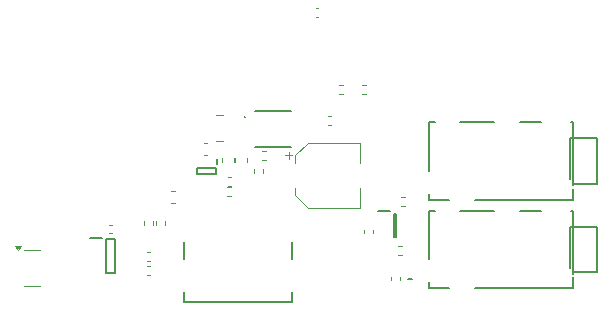
<source format=gbr>
%TF.GenerationSoftware,KiCad,Pcbnew,9.0.0-rc3*%
%TF.CreationDate,2025-06-04T22:51:28-04:00*%
%TF.ProjectId,dock,646f636b-2e6b-4696-9361-645f70636258,rev?*%
%TF.SameCoordinates,Original*%
%TF.FileFunction,Legend,Top*%
%TF.FilePolarity,Positive*%
%FSLAX46Y46*%
G04 Gerber Fmt 4.6, Leading zero omitted, Abs format (unit mm)*
G04 Created by KiCad (PCBNEW 9.0.0-rc3) date 2025-06-04 22:51:28*
%MOMM*%
%LPD*%
G01*
G04 APERTURE LIST*
%ADD10C,0.200000*%
%ADD11C,0.100000*%
%ADD12C,0.120000*%
%ADD13C,0.152400*%
G04 APERTURE END LIST*
D10*
X153725000Y-119595000D02*
X153725000Y-120070000D01*
X153625000Y-120420000D02*
X153625000Y-120920000D01*
X152025000Y-120420000D02*
X153625000Y-120420000D01*
X153625000Y-120920000D02*
X152025000Y-120920000D01*
X152025000Y-120920000D02*
X152025000Y-120420000D01*
X142925000Y-126275000D02*
X143975000Y-126275000D01*
X144325000Y-126400000D02*
X145075000Y-126400000D01*
X144325000Y-129300000D02*
X144325000Y-126400000D01*
X145075000Y-126400000D02*
X145075000Y-129300000D01*
X145075000Y-129300000D02*
X144325000Y-129300000D01*
D11*
X155985000Y-116055000D02*
X155985000Y-116055000D01*
X156085000Y-116055000D02*
X156085000Y-116055000D01*
D10*
X156960000Y-115520000D02*
X160010000Y-115520000D01*
X156960000Y-118570000D02*
X160010000Y-118570000D01*
D11*
X155985000Y-116055000D02*
G75*
G02*
X156085000Y-116055000I50000J0D01*
G01*
X156085000Y-116055000D02*
G75*
G02*
X155985000Y-116055000I-50000J0D01*
G01*
D12*
X148053641Y-128670000D02*
X147746359Y-128670000D01*
X148053641Y-129430000D02*
X147746359Y-129430000D01*
X148053641Y-127470000D02*
X147746359Y-127470000D01*
X148053641Y-128230000D02*
X147746359Y-128230000D01*
D13*
X171632550Y-124023400D02*
X171632550Y-128126120D01*
X171632550Y-130073879D02*
X171632550Y-130576600D01*
X171632550Y-130576600D02*
X173369512Y-130576600D01*
X172169512Y-124023400D02*
X171632550Y-124023400D01*
X175527189Y-130576600D02*
X183875350Y-130576600D01*
X177169512Y-124023400D02*
X174327189Y-124023400D01*
X181184491Y-124023400D02*
X179327189Y-124023400D01*
X183621350Y-125369600D02*
X183621350Y-128816888D01*
X183848061Y-129230400D02*
X185881950Y-129230400D01*
X183875350Y-124023400D02*
X183712209Y-124023400D01*
X183875350Y-129364601D02*
X183875350Y-124023400D01*
X183875350Y-130576600D02*
X183875350Y-129635401D01*
X185881950Y-125369600D02*
X183621350Y-125369600D01*
X185881950Y-129230400D02*
X185881950Y-125369600D01*
D12*
X154908641Y-121985000D02*
X154601359Y-121985000D01*
X154908641Y-122745000D02*
X154601359Y-122745000D01*
X166183268Y-125667184D02*
X166183268Y-125882856D01*
X166903268Y-125667184D02*
X166903268Y-125882856D01*
X147520000Y-125203641D02*
X147520000Y-124896359D01*
X148280000Y-125203641D02*
X148280000Y-124896359D01*
X148520000Y-125203641D02*
X148520000Y-124896359D01*
X149280000Y-125203641D02*
X149280000Y-124896359D01*
X164056359Y-113320000D02*
X164363641Y-113320000D01*
X164056359Y-114080000D02*
X164363641Y-114080000D01*
X150115580Y-122290000D02*
X149834420Y-122290000D01*
X150115580Y-123310000D02*
X149834420Y-123310000D01*
X154611359Y-121185000D02*
X154918641Y-121185000D01*
X154611359Y-121945000D02*
X154918641Y-121945000D01*
X166026359Y-113320000D02*
X166333641Y-113320000D01*
X166026359Y-114080000D02*
X166333641Y-114080000D01*
X162062164Y-106840000D02*
X162277836Y-106840000D01*
X162062164Y-107560000D02*
X162277836Y-107560000D01*
X156820000Y-120486359D02*
X156820000Y-120793641D01*
X157580000Y-120486359D02*
X157580000Y-120793641D01*
X157536359Y-118920000D02*
X157843641Y-118920000D01*
X157536359Y-119680000D02*
X157843641Y-119680000D01*
X159475000Y-119315000D02*
X160100000Y-119315000D01*
X159787500Y-119002500D02*
X159787500Y-119627500D01*
X160340000Y-119304437D02*
X160340000Y-119940000D01*
X160340000Y-119304437D02*
X161404437Y-118240000D01*
X160340000Y-122695563D02*
X160340000Y-122060000D01*
X160340000Y-122695563D02*
X161404437Y-123760000D01*
X161404437Y-118240000D02*
X165860000Y-118240000D01*
X161404437Y-123760000D02*
X165860000Y-123760000D01*
X165860000Y-118240000D02*
X165860000Y-119940000D01*
X165860000Y-123760000D02*
X165860000Y-122060000D01*
D10*
X169850000Y-129750000D02*
X170250000Y-129750000D01*
D12*
X138037500Y-127290000D02*
X137387500Y-127290000D01*
X138037500Y-127290000D02*
X138687500Y-127290000D01*
X138037500Y-130410000D02*
X137387500Y-130410000D01*
X138037500Y-130410000D02*
X138687500Y-130410000D01*
X136875000Y-127340000D02*
X136635000Y-127010000D01*
X137115000Y-127010000D01*
X136875000Y-127340000D01*
G36*
X136875000Y-127340000D02*
G01*
X136635000Y-127010000D01*
X137115000Y-127010000D01*
X136875000Y-127340000D01*
G37*
X154115000Y-119564420D02*
X154115000Y-119845580D01*
X155135000Y-119564420D02*
X155135000Y-119845580D01*
D13*
X171632550Y-116523400D02*
X171632550Y-120626120D01*
X171632550Y-122573879D02*
X171632550Y-123076600D01*
X171632550Y-123076600D02*
X173369512Y-123076600D01*
X172169512Y-116523400D02*
X171632550Y-116523400D01*
X175527189Y-123076600D02*
X183875350Y-123076600D01*
X177169512Y-116523400D02*
X174327189Y-116523400D01*
X181184491Y-116523400D02*
X179327189Y-116523400D01*
X183621350Y-117869600D02*
X183621350Y-121316888D01*
X183848061Y-121730400D02*
X185881950Y-121730400D01*
X183875350Y-116523400D02*
X183712209Y-116523400D01*
X183875350Y-121864601D02*
X183875350Y-116523400D01*
X183875350Y-123076600D02*
X183875350Y-122135401D01*
X185881950Y-117869600D02*
X183621350Y-117869600D01*
X185881950Y-121730400D02*
X185881950Y-117869600D01*
D12*
X155225000Y-119564420D02*
X155225000Y-119845580D01*
X156245000Y-119564420D02*
X156245000Y-119845580D01*
X144807836Y-125190000D02*
X144592164Y-125190000D01*
X144807836Y-125910000D02*
X144592164Y-125910000D01*
X153663748Y-115875000D02*
X154186252Y-115875000D01*
X153663748Y-118095000D02*
X154186252Y-118095000D01*
X152604420Y-118295000D02*
X152885580Y-118295000D01*
X152604420Y-119315000D02*
X152885580Y-119315000D01*
D13*
X150902600Y-126650600D02*
X150902600Y-128073000D01*
X150902600Y-130867000D02*
X150902600Y-131705200D01*
X150902600Y-131705200D02*
X160097400Y-131705200D01*
X160097400Y-128073000D02*
X160097400Y-126650600D01*
X160097400Y-131705200D02*
X160097400Y-130867000D01*
D10*
X167350000Y-124025000D02*
X168350000Y-124025000D01*
X168700000Y-124250000D02*
X168900000Y-124250000D01*
X168700000Y-126250000D02*
X168700000Y-124250000D01*
X168900000Y-124250000D02*
X168900000Y-126250000D01*
X168900000Y-126250000D02*
X168700000Y-126250000D01*
D12*
X169333641Y-126970000D02*
X169026359Y-126970000D01*
X169333641Y-127730000D02*
X169026359Y-127730000D01*
X169634052Y-122870000D02*
X169326770Y-122870000D01*
X169634052Y-123630000D02*
X169326770Y-123630000D01*
X168420000Y-129903641D02*
X168420000Y-129596359D01*
X169180000Y-129903641D02*
X169180000Y-129596359D01*
X163086359Y-116020000D02*
X163393641Y-116020000D01*
X163086359Y-116780000D02*
X163393641Y-116780000D01*
M02*

</source>
